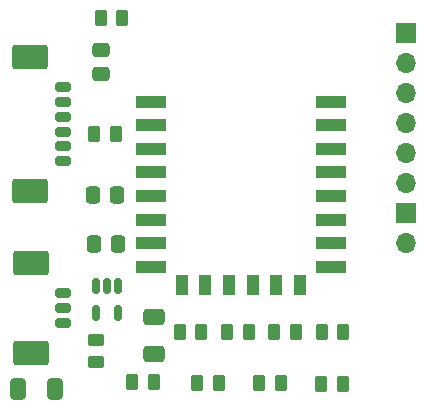
<source format=gbr>
%TF.GenerationSoftware,KiCad,Pcbnew,(6.0.4)*%
%TF.CreationDate,2022-03-25T23:20:21+00:00*%
%TF.ProjectId,IKEA Vindriktning Daughterboard,494b4541-2056-4696-9e64-72696b746e69,rev?*%
%TF.SameCoordinates,Original*%
%TF.FileFunction,Soldermask,Top*%
%TF.FilePolarity,Negative*%
%FSLAX46Y46*%
G04 Gerber Fmt 4.6, Leading zero omitted, Abs format (unit mm)*
G04 Created by KiCad (PCBNEW (6.0.4)) date 2022-03-25 23:20:21*
%MOMM*%
%LPD*%
G01*
G04 APERTURE LIST*
G04 Aperture macros list*
%AMRoundRect*
0 Rectangle with rounded corners*
0 $1 Rounding radius*
0 $2 $3 $4 $5 $6 $7 $8 $9 X,Y pos of 4 corners*
0 Add a 4 corners polygon primitive as box body*
4,1,4,$2,$3,$4,$5,$6,$7,$8,$9,$2,$3,0*
0 Add four circle primitives for the rounded corners*
1,1,$1+$1,$2,$3*
1,1,$1+$1,$4,$5*
1,1,$1+$1,$6,$7*
1,1,$1+$1,$8,$9*
0 Add four rect primitives between the rounded corners*
20,1,$1+$1,$2,$3,$4,$5,0*
20,1,$1+$1,$4,$5,$6,$7,0*
20,1,$1+$1,$6,$7,$8,$9,0*
20,1,$1+$1,$8,$9,$2,$3,0*%
G04 Aperture macros list end*
%ADD10R,2.500000X1.000000*%
%ADD11R,1.000000X1.800000*%
%ADD12RoundRect,0.200000X-0.450000X0.200000X-0.450000X-0.200000X0.450000X-0.200000X0.450000X0.200000X0*%
%ADD13RoundRect,0.250001X-1.249999X0.799999X-1.249999X-0.799999X1.249999X-0.799999X1.249999X0.799999X0*%
%ADD14R,1.700000X1.700000*%
%ADD15O,1.700000X1.700000*%
%ADD16RoundRect,0.250000X-0.262500X-0.450000X0.262500X-0.450000X0.262500X0.450000X-0.262500X0.450000X0*%
%ADD17RoundRect,0.250000X-0.337500X-0.475000X0.337500X-0.475000X0.337500X0.475000X-0.337500X0.475000X0*%
%ADD18RoundRect,0.250000X-0.450000X0.262500X-0.450000X-0.262500X0.450000X-0.262500X0.450000X0.262500X0*%
%ADD19RoundRect,0.250000X-0.650000X0.412500X-0.650000X-0.412500X0.650000X-0.412500X0.650000X0.412500X0*%
%ADD20RoundRect,0.250000X0.412500X0.650000X-0.412500X0.650000X-0.412500X-0.650000X0.412500X-0.650000X0*%
%ADD21RoundRect,0.150000X-0.150000X0.512500X-0.150000X-0.512500X0.150000X-0.512500X0.150000X0.512500X0*%
%ADD22RoundRect,0.250000X-0.475000X0.337500X-0.475000X-0.337500X0.475000X-0.337500X0.475000X0.337500X0*%
%ADD23RoundRect,0.250000X0.262500X0.450000X-0.262500X0.450000X-0.262500X-0.450000X0.262500X-0.450000X0*%
G04 APERTURE END LIST*
D10*
%TO.C,U1*%
X58400000Y-89500000D03*
X58400000Y-91500000D03*
X58400000Y-93500000D03*
X58400000Y-95500000D03*
X58400000Y-97500000D03*
X58400000Y-99500000D03*
X58400000Y-101500000D03*
X58400000Y-103500000D03*
D11*
X61000000Y-105000000D03*
X63000000Y-105000000D03*
X65000000Y-105000000D03*
X67000000Y-105000000D03*
X69000000Y-105000000D03*
X71000000Y-105000000D03*
D10*
X73600000Y-103500000D03*
X73600000Y-101500000D03*
X73600000Y-99500000D03*
X73600000Y-97500000D03*
X73600000Y-95500000D03*
X73600000Y-93500000D03*
X73600000Y-91500000D03*
X73600000Y-89500000D03*
%TD*%
D12*
%TO.C,J2*%
X50975000Y-105725000D03*
X50975000Y-106975000D03*
X50975000Y-108225000D03*
D13*
X48225000Y-103175000D03*
X48225000Y-110775000D03*
%TD*%
D14*
%TO.C,J1*%
X80000000Y-83650000D03*
D15*
X80000000Y-86190000D03*
X80000000Y-88730000D03*
X80000000Y-91270000D03*
X80000000Y-93810000D03*
X80000000Y-96350000D03*
%TD*%
D12*
%TO.C,J3*%
X50925000Y-88300000D03*
X50925000Y-89550000D03*
X50925000Y-90800000D03*
X50925000Y-92050000D03*
X50925000Y-93300000D03*
X50925000Y-94550000D03*
D13*
X48175000Y-97100000D03*
X48175000Y-85750000D03*
%TD*%
D16*
%TO.C,R8*%
X62317500Y-113330000D03*
X64142500Y-113330000D03*
%TD*%
%TO.C,R4*%
X68837500Y-109000000D03*
X70662500Y-109000000D03*
%TD*%
%TO.C,R7*%
X56787500Y-113275000D03*
X58612500Y-113275000D03*
%TD*%
%TO.C,R2*%
X54137500Y-82425000D03*
X55962500Y-82425000D03*
%TD*%
%TO.C,R5*%
X72837500Y-109000000D03*
X74662500Y-109000000D03*
%TD*%
D17*
%TO.C,C1*%
X53542500Y-101520000D03*
X55617500Y-101520000D03*
%TD*%
D16*
%TO.C,R1*%
X53587500Y-92250000D03*
X55412500Y-92250000D03*
%TD*%
D18*
%TO.C,R6*%
X53775000Y-109687500D03*
X53775000Y-111512500D03*
%TD*%
D16*
%TO.C,R3*%
X72827500Y-113380000D03*
X74652500Y-113380000D03*
%TD*%
D19*
%TO.C,C3*%
X58625000Y-107712500D03*
X58625000Y-110837500D03*
%TD*%
D20*
%TO.C,C2*%
X50262500Y-113800000D03*
X47137500Y-113800000D03*
%TD*%
D21*
%TO.C,U2*%
X55637500Y-105112500D03*
X54687500Y-105112500D03*
X53737500Y-105112500D03*
X53737500Y-107387500D03*
X55637500Y-107387500D03*
%TD*%
D14*
%TO.C,J4*%
X80000000Y-98910000D03*
D15*
X80000000Y-101450000D03*
%TD*%
D22*
%TO.C,C4*%
X54175000Y-85112500D03*
X54175000Y-87187500D03*
%TD*%
D17*
%TO.C,C5*%
X53472500Y-97370000D03*
X55547500Y-97370000D03*
%TD*%
D23*
%TO.C,R9*%
X69392500Y-113360000D03*
X67567500Y-113360000D03*
%TD*%
D16*
%TO.C,R10*%
X60837500Y-109000000D03*
X62662500Y-109000000D03*
%TD*%
D23*
%TO.C,R11*%
X66662500Y-109000000D03*
X64837500Y-109000000D03*
%TD*%
M02*

</source>
